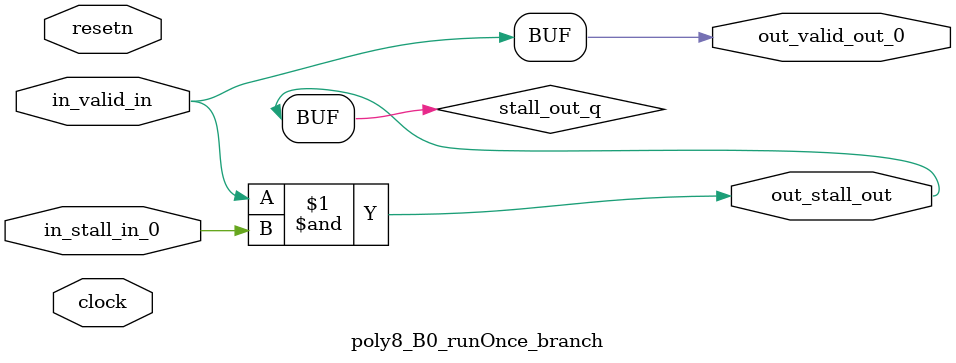
<source format=sv>



(* altera_attribute = "-name AUTO_SHIFT_REGISTER_RECOGNITION OFF; -name MESSAGE_DISABLE 10036; -name MESSAGE_DISABLE 10037; -name MESSAGE_DISABLE 14130; -name MESSAGE_DISABLE 14320; -name MESSAGE_DISABLE 15400; -name MESSAGE_DISABLE 14130; -name MESSAGE_DISABLE 10036; -name MESSAGE_DISABLE 12020; -name MESSAGE_DISABLE 12030; -name MESSAGE_DISABLE 12010; -name MESSAGE_DISABLE 12110; -name MESSAGE_DISABLE 14320; -name MESSAGE_DISABLE 13410; -name MESSAGE_DISABLE 113007; -name MESSAGE_DISABLE 10958" *)
module poly8_B0_runOnce_branch (
    input wire [0:0] in_stall_in_0,
    input wire [0:0] in_valid_in,
    output wire [0:0] out_stall_out,
    output wire [0:0] out_valid_out_0,
    input wire clock,
    input wire resetn
    );

    wire [0:0] stall_out_q;


    // stall_out(LOGICAL,6)
    assign stall_out_q = in_valid_in & in_stall_in_0;

    // out_stall_out(GPOUT,4)
    assign out_stall_out = stall_out_q;

    // out_valid_out_0(GPOUT,5)
    assign out_valid_out_0 = in_valid_in;

endmodule

</source>
